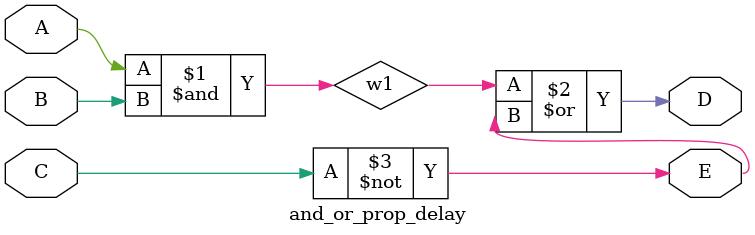
<source format=sv>
  `timescale 1ns/100ps
  module and_or_prop_delay (A, B, C, D, E);
  input A, B, C;
  output D, E;
  wire w1;
    
  and #30 (w1, A, B);
  not #10 (E, C);
  or #20 (D, w1, E);
    
endmodule
</source>
